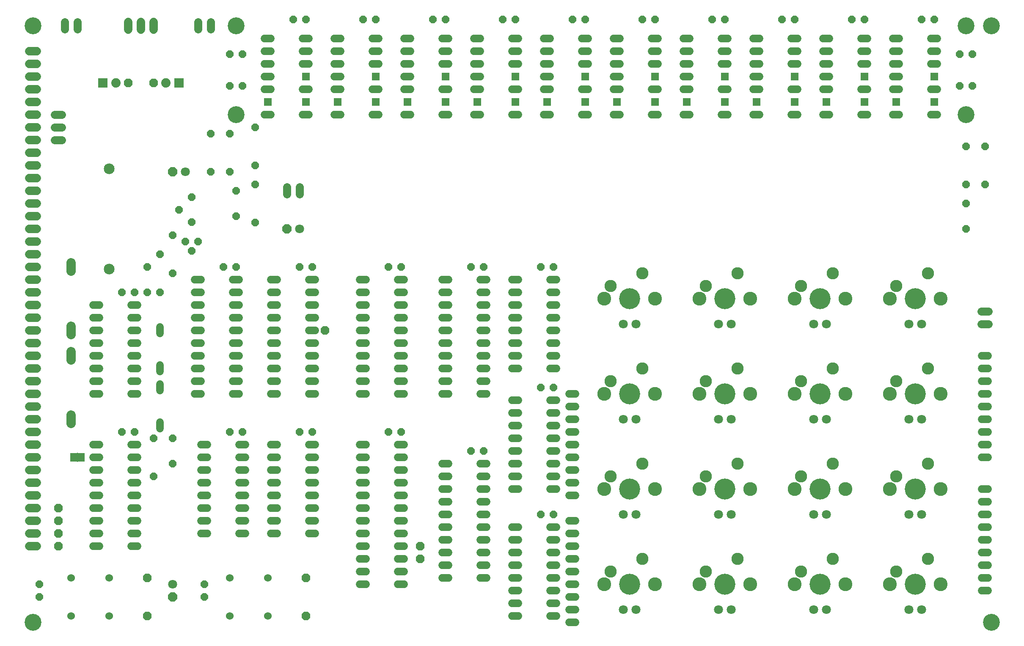
<source format=gbs>
G04 EAGLE Gerber RS-274X export*
G75*
%MOMM*%
%FSLAX34Y34*%
%LPD*%
%INSoldermask Bottom*%
%IPPOS*%
%AMOC8*
5,1,8,0,0,1.08239X$1,22.5*%
G01*
%ADD10C,3.378200*%
%ADD11C,1.727200*%
%ADD12C,2.453200*%
%ADD13C,2.774800*%
%ADD14C,4.203600*%
%ADD15C,1.803400*%
%ADD16C,1.524000*%
%ADD17P,1.649562X8X112.500000*%
%ADD18C,1.524000*%
%ADD19P,1.869504X8X22.500000*%
%ADD20C,2.153200*%
%ADD21P,1.649562X8X292.500000*%
%ADD22C,1.879600*%
%ADD23P,1.649562X8X202.500000*%
%ADD24R,1.917700X1.917700*%
%ADD25C,1.879600*%
%ADD26C,1.625600*%
%ADD27P,1.649562X8X22.500000*%
%ADD28P,1.951982X8X292.500000*%
%ADD29P,1.951982X8X202.500000*%
%ADD30R,1.371600X1.803400*%
%ADD31R,0.152400X1.828800*%
%ADD32R,1.511200X1.511200*%


D10*
X38100Y38100D03*
X38100Y1231900D03*
X1955800Y1231900D03*
X1955800Y38100D03*
X1905000Y1231900D03*
X1905000Y1054100D03*
X444500Y1054100D03*
X444500Y1231900D03*
D11*
X45720Y698500D02*
X30480Y698500D01*
X30480Y723900D02*
X45720Y723900D01*
X45720Y749300D02*
X30480Y749300D01*
X30480Y774700D02*
X45720Y774700D01*
X45720Y800100D02*
X30480Y800100D01*
X30480Y825500D02*
X45720Y825500D01*
X45720Y850900D02*
X30480Y850900D01*
X30480Y876300D02*
X45720Y876300D01*
X45720Y901700D02*
X30480Y901700D01*
X30480Y927100D02*
X45720Y927100D01*
X45720Y952500D02*
X30480Y952500D01*
X30480Y977900D02*
X45720Y977900D01*
X45720Y1003300D02*
X30480Y1003300D01*
X30480Y1028700D02*
X45720Y1028700D01*
X45720Y1054100D02*
X30480Y1054100D01*
X30480Y1079500D02*
X45720Y1079500D01*
X45720Y1104900D02*
X30480Y1104900D01*
X30480Y1155700D02*
X45720Y1155700D01*
X45720Y1181100D02*
X30480Y1181100D01*
X30480Y1130300D02*
X45720Y1130300D01*
X45720Y190500D02*
X30480Y190500D01*
X30480Y215900D02*
X45720Y215900D01*
X45720Y241300D02*
X30480Y241300D01*
X30480Y266700D02*
X45720Y266700D01*
X45720Y292100D02*
X30480Y292100D01*
X30480Y317500D02*
X45720Y317500D01*
X45720Y342900D02*
X30480Y342900D01*
X30480Y368300D02*
X45720Y368300D01*
X45720Y393700D02*
X30480Y393700D01*
X30480Y419100D02*
X45720Y419100D01*
X45720Y444500D02*
X30480Y444500D01*
X30480Y469900D02*
X45720Y469900D01*
X45720Y495300D02*
X30480Y495300D01*
X30480Y520700D02*
X45720Y520700D01*
X45720Y546100D02*
X30480Y546100D01*
X30480Y571500D02*
X45720Y571500D01*
X45720Y596900D02*
X30480Y596900D01*
X30480Y622300D02*
X45720Y622300D01*
X45720Y647700D02*
X30480Y647700D01*
X30480Y673100D02*
X45720Y673100D01*
D12*
X1193800Y711200D03*
X1257300Y736600D03*
D13*
X1181100Y685800D03*
X1282700Y685800D03*
D14*
X1231900Y685800D03*
D15*
X1244600Y635000D03*
X1219200Y635000D03*
D12*
X1384300Y711200D03*
X1447800Y736600D03*
D13*
X1371600Y685800D03*
X1473200Y685800D03*
D14*
X1422400Y685800D03*
D15*
X1435100Y635000D03*
X1409700Y635000D03*
D12*
X1574800Y711200D03*
X1638300Y736600D03*
D13*
X1562100Y685800D03*
X1663700Y685800D03*
D14*
X1612900Y685800D03*
D15*
X1625600Y635000D03*
X1600200Y635000D03*
D12*
X1765300Y711200D03*
X1828800Y736600D03*
D13*
X1752600Y685800D03*
X1854200Y685800D03*
D14*
X1803400Y685800D03*
D15*
X1816100Y635000D03*
X1790700Y635000D03*
D12*
X1193800Y520700D03*
X1257300Y546100D03*
D13*
X1181100Y495300D03*
X1282700Y495300D03*
D14*
X1231900Y495300D03*
D15*
X1244600Y444500D03*
X1219200Y444500D03*
D12*
X1384300Y520700D03*
X1447800Y546100D03*
D13*
X1371600Y495300D03*
X1473200Y495300D03*
D14*
X1422400Y495300D03*
D15*
X1435100Y444500D03*
X1409700Y444500D03*
D12*
X1574800Y520700D03*
X1638300Y546100D03*
D13*
X1562100Y495300D03*
X1663700Y495300D03*
D14*
X1612900Y495300D03*
D15*
X1625600Y444500D03*
X1600200Y444500D03*
D12*
X1765300Y520700D03*
X1828800Y546100D03*
D13*
X1752600Y495300D03*
X1854200Y495300D03*
D14*
X1803400Y495300D03*
D15*
X1816100Y444500D03*
X1790700Y444500D03*
D12*
X1193800Y330200D03*
X1257300Y355600D03*
D13*
X1181100Y304800D03*
X1282700Y304800D03*
D14*
X1231900Y304800D03*
D15*
X1244600Y254000D03*
X1219200Y254000D03*
D12*
X1384300Y330200D03*
X1447800Y355600D03*
D13*
X1371600Y304800D03*
X1473200Y304800D03*
D14*
X1422400Y304800D03*
D15*
X1435100Y254000D03*
X1409700Y254000D03*
D12*
X1574800Y330200D03*
X1638300Y355600D03*
D13*
X1562100Y304800D03*
X1663700Y304800D03*
D14*
X1612900Y304800D03*
D15*
X1625600Y254000D03*
X1600200Y254000D03*
D12*
X1765300Y330200D03*
X1828800Y355600D03*
D13*
X1752600Y304800D03*
X1854200Y304800D03*
D14*
X1803400Y304800D03*
D15*
X1816100Y254000D03*
X1790700Y254000D03*
D12*
X1384300Y139700D03*
X1447800Y165100D03*
D13*
X1371600Y114300D03*
X1473200Y114300D03*
D14*
X1422400Y114300D03*
D15*
X1435100Y63500D03*
X1409700Y63500D03*
D12*
X1574800Y139700D03*
X1638300Y165100D03*
D13*
X1562100Y114300D03*
X1663700Y114300D03*
D14*
X1612900Y114300D03*
D15*
X1625600Y63500D03*
X1600200Y63500D03*
D12*
X1765300Y139700D03*
X1828800Y165100D03*
D13*
X1752600Y114300D03*
X1854200Y114300D03*
D14*
X1803400Y114300D03*
D15*
X1816100Y63500D03*
X1790700Y63500D03*
D12*
X1193800Y139700D03*
X1257300Y165100D03*
D13*
X1181100Y114300D03*
X1282700Y114300D03*
D14*
X1231900Y114300D03*
D15*
X1244600Y63500D03*
X1219200Y63500D03*
D16*
X870204Y723900D02*
X856996Y723900D01*
X856996Y698500D02*
X870204Y698500D01*
X870204Y571500D02*
X856996Y571500D01*
X856996Y546100D02*
X870204Y546100D01*
X870204Y673100D02*
X856996Y673100D01*
X856996Y647700D02*
X870204Y647700D01*
X870204Y596900D02*
X856996Y596900D01*
X856996Y622300D02*
X870204Y622300D01*
X870204Y520700D02*
X856996Y520700D01*
X856996Y495300D02*
X870204Y495300D01*
X933196Y495300D02*
X946404Y495300D01*
X946404Y520700D02*
X933196Y520700D01*
X933196Y546100D02*
X946404Y546100D01*
X946404Y571500D02*
X933196Y571500D01*
X933196Y596900D02*
X946404Y596900D01*
X946404Y622300D02*
X933196Y622300D01*
X933196Y647700D02*
X946404Y647700D01*
X946404Y673100D02*
X933196Y673100D01*
X933196Y698500D02*
X946404Y698500D01*
X946404Y723900D02*
X933196Y723900D01*
X705104Y723900D02*
X691896Y723900D01*
X691896Y698500D02*
X705104Y698500D01*
X705104Y571500D02*
X691896Y571500D01*
X691896Y546100D02*
X705104Y546100D01*
X705104Y673100D02*
X691896Y673100D01*
X691896Y647700D02*
X705104Y647700D01*
X705104Y596900D02*
X691896Y596900D01*
X691896Y622300D02*
X705104Y622300D01*
X705104Y520700D02*
X691896Y520700D01*
X691896Y495300D02*
X705104Y495300D01*
X768096Y495300D02*
X781304Y495300D01*
X781304Y520700D02*
X768096Y520700D01*
X768096Y546100D02*
X781304Y546100D01*
X781304Y571500D02*
X768096Y571500D01*
X768096Y596900D02*
X781304Y596900D01*
X781304Y622300D02*
X768096Y622300D01*
X768096Y647700D02*
X781304Y647700D01*
X781304Y673100D02*
X768096Y673100D01*
X768096Y698500D02*
X781304Y698500D01*
X781304Y723900D02*
X768096Y723900D01*
X527304Y723900D02*
X514096Y723900D01*
X514096Y698500D02*
X527304Y698500D01*
X527304Y571500D02*
X514096Y571500D01*
X514096Y546100D02*
X527304Y546100D01*
X527304Y673100D02*
X514096Y673100D01*
X514096Y647700D02*
X527304Y647700D01*
X527304Y596900D02*
X514096Y596900D01*
X514096Y622300D02*
X527304Y622300D01*
X527304Y520700D02*
X514096Y520700D01*
X514096Y495300D02*
X527304Y495300D01*
X590296Y495300D02*
X603504Y495300D01*
X603504Y520700D02*
X590296Y520700D01*
X590296Y546100D02*
X603504Y546100D01*
X603504Y571500D02*
X590296Y571500D01*
X590296Y596900D02*
X603504Y596900D01*
X603504Y622300D02*
X590296Y622300D01*
X590296Y647700D02*
X603504Y647700D01*
X603504Y673100D02*
X590296Y673100D01*
X590296Y698500D02*
X603504Y698500D01*
X603504Y723900D02*
X590296Y723900D01*
X996696Y723900D02*
X1009904Y723900D01*
X1009904Y698500D02*
X996696Y698500D01*
X996696Y571500D02*
X1009904Y571500D01*
X1009904Y546100D02*
X996696Y546100D01*
X996696Y673100D02*
X1009904Y673100D01*
X1009904Y647700D02*
X996696Y647700D01*
X996696Y596900D02*
X1009904Y596900D01*
X1009904Y622300D02*
X996696Y622300D01*
X1072896Y546100D02*
X1086104Y546100D01*
X1086104Y571500D02*
X1072896Y571500D01*
X1072896Y596900D02*
X1086104Y596900D01*
X1086104Y622300D02*
X1072896Y622300D01*
X1072896Y647700D02*
X1086104Y647700D01*
X1086104Y673100D02*
X1072896Y673100D01*
X1072896Y698500D02*
X1086104Y698500D01*
X1086104Y723900D02*
X1072896Y723900D01*
D17*
X482600Y838200D03*
X482600Y914400D03*
X482600Y952500D03*
X482600Y1028700D03*
D16*
X691896Y393700D02*
X705104Y393700D01*
X705104Y368300D02*
X691896Y368300D01*
X691896Y342900D02*
X705104Y342900D01*
X705104Y317500D02*
X691896Y317500D01*
X691896Y292100D02*
X705104Y292100D01*
X705104Y266700D02*
X691896Y266700D01*
X691896Y241300D02*
X705104Y241300D01*
X705104Y215900D02*
X691896Y215900D01*
X691896Y190500D02*
X705104Y190500D01*
X705104Y165100D02*
X691896Y165100D01*
X691896Y139700D02*
X705104Y139700D01*
X705104Y114300D02*
X691896Y114300D01*
X768096Y114300D02*
X781304Y114300D01*
X781304Y139700D02*
X768096Y139700D01*
X768096Y165100D02*
X781304Y165100D01*
X781304Y190500D02*
X768096Y190500D01*
X768096Y215900D02*
X781304Y215900D01*
X781304Y241300D02*
X768096Y241300D01*
X768096Y266700D02*
X781304Y266700D01*
X781304Y292100D02*
X768096Y292100D01*
X768096Y317500D02*
X781304Y317500D01*
X781304Y342900D02*
X768096Y342900D01*
X768096Y368300D02*
X781304Y368300D01*
X781304Y393700D02*
X768096Y393700D01*
X996696Y482600D02*
X1009904Y482600D01*
X1009904Y457200D02*
X996696Y457200D01*
X996696Y330200D02*
X1009904Y330200D01*
X1009904Y304800D02*
X996696Y304800D01*
X996696Y431800D02*
X1009904Y431800D01*
X1009904Y406400D02*
X996696Y406400D01*
X996696Y355600D02*
X1009904Y355600D01*
X1009904Y381000D02*
X996696Y381000D01*
X1072896Y304800D02*
X1086104Y304800D01*
X1086104Y330200D02*
X1072896Y330200D01*
X1072896Y355600D02*
X1086104Y355600D01*
X1086104Y381000D02*
X1072896Y381000D01*
X1072896Y406400D02*
X1086104Y406400D01*
X1086104Y431800D02*
X1072896Y431800D01*
X1072896Y457200D02*
X1086104Y457200D01*
X1086104Y482600D02*
X1072896Y482600D01*
X1009904Y228600D02*
X996696Y228600D01*
X996696Y203200D02*
X1009904Y203200D01*
X1009904Y76200D02*
X996696Y76200D01*
X996696Y50800D02*
X1009904Y50800D01*
X1009904Y177800D02*
X996696Y177800D01*
X996696Y152400D02*
X1009904Y152400D01*
X1009904Y101600D02*
X996696Y101600D01*
X996696Y127000D02*
X1009904Y127000D01*
X1072896Y50800D02*
X1086104Y50800D01*
X1086104Y76200D02*
X1072896Y76200D01*
X1072896Y101600D02*
X1086104Y101600D01*
X1086104Y127000D02*
X1072896Y127000D01*
X1072896Y152400D02*
X1086104Y152400D01*
X1086104Y177800D02*
X1072896Y177800D01*
X1072896Y203200D02*
X1086104Y203200D01*
X1086104Y228600D02*
X1072896Y228600D01*
X870204Y355600D02*
X856996Y355600D01*
X856996Y330200D02*
X870204Y330200D01*
X870204Y203200D02*
X856996Y203200D01*
X856996Y177800D02*
X870204Y177800D01*
X870204Y304800D02*
X856996Y304800D01*
X856996Y279400D02*
X870204Y279400D01*
X870204Y228600D02*
X856996Y228600D01*
X856996Y254000D02*
X870204Y254000D01*
X870204Y152400D02*
X856996Y152400D01*
X856996Y127000D02*
X870204Y127000D01*
X933196Y127000D02*
X946404Y127000D01*
X946404Y152400D02*
X933196Y152400D01*
X933196Y177800D02*
X946404Y177800D01*
X946404Y203200D02*
X933196Y203200D01*
X933196Y228600D02*
X946404Y228600D01*
X946404Y254000D02*
X933196Y254000D01*
X933196Y279400D02*
X946404Y279400D01*
X946404Y304800D02*
X933196Y304800D01*
X933196Y330200D02*
X946404Y330200D01*
X946404Y355600D02*
X933196Y355600D01*
X1110996Y292100D02*
X1124204Y292100D01*
X1124204Y317500D02*
X1110996Y317500D01*
X1110996Y342900D02*
X1124204Y342900D01*
X1124204Y368300D02*
X1110996Y368300D01*
X1110996Y393700D02*
X1124204Y393700D01*
X1124204Y419100D02*
X1110996Y419100D01*
X1110996Y444500D02*
X1124204Y444500D01*
X1124204Y469900D02*
X1110996Y469900D01*
X1110996Y495300D02*
X1124204Y495300D01*
X1124204Y38100D02*
X1110996Y38100D01*
X1110996Y63500D02*
X1124204Y63500D01*
X1124204Y88900D02*
X1110996Y88900D01*
X1110996Y114300D02*
X1124204Y114300D01*
X1124204Y139700D02*
X1110996Y139700D01*
X1110996Y165100D02*
X1124204Y165100D01*
X1124204Y190500D02*
X1110996Y190500D01*
X1110996Y215900D02*
X1124204Y215900D01*
X1124204Y241300D02*
X1110996Y241300D01*
X527304Y393700D02*
X514096Y393700D01*
X514096Y368300D02*
X527304Y368300D01*
X527304Y241300D02*
X514096Y241300D01*
X514096Y215900D02*
X527304Y215900D01*
X527304Y342900D02*
X514096Y342900D01*
X514096Y317500D02*
X527304Y317500D01*
X527304Y266700D02*
X514096Y266700D01*
X514096Y292100D02*
X527304Y292100D01*
X590296Y215900D02*
X603504Y215900D01*
X603504Y241300D02*
X590296Y241300D01*
X590296Y266700D02*
X603504Y266700D01*
X603504Y292100D02*
X590296Y292100D01*
X590296Y317500D02*
X603504Y317500D01*
X603504Y342900D02*
X590296Y342900D01*
X590296Y368300D02*
X603504Y368300D01*
X603504Y393700D02*
X590296Y393700D01*
X387604Y393700D02*
X374396Y393700D01*
X374396Y368300D02*
X387604Y368300D01*
X387604Y241300D02*
X374396Y241300D01*
X374396Y215900D02*
X387604Y215900D01*
X387604Y342900D02*
X374396Y342900D01*
X374396Y317500D02*
X387604Y317500D01*
X387604Y266700D02*
X374396Y266700D01*
X374396Y292100D02*
X387604Y292100D01*
X450596Y215900D02*
X463804Y215900D01*
X463804Y241300D02*
X450596Y241300D01*
X450596Y266700D02*
X463804Y266700D01*
X463804Y292100D02*
X450596Y292100D01*
X450596Y317500D02*
X463804Y317500D01*
X463804Y342900D02*
X450596Y342900D01*
X450596Y368300D02*
X463804Y368300D01*
X463804Y393700D02*
X450596Y393700D01*
D18*
X431800Y50800D03*
X508000Y50800D03*
X508000Y127000D03*
X431800Y127000D03*
D19*
X584200Y127000D03*
X584200Y50800D03*
D16*
X171704Y393700D02*
X158496Y393700D01*
X158496Y368300D02*
X171704Y368300D01*
X171704Y342900D02*
X158496Y342900D01*
X158496Y317500D02*
X171704Y317500D01*
X171704Y292100D02*
X158496Y292100D01*
X158496Y266700D02*
X171704Y266700D01*
X171704Y241300D02*
X158496Y241300D01*
X158496Y215900D02*
X171704Y215900D01*
X171704Y190500D02*
X158496Y190500D01*
X234696Y190500D02*
X247904Y190500D01*
X247904Y215900D02*
X234696Y215900D01*
X234696Y241300D02*
X247904Y241300D01*
X247904Y266700D02*
X234696Y266700D01*
X234696Y292100D02*
X247904Y292100D01*
X247904Y317500D02*
X234696Y317500D01*
X234696Y342900D02*
X247904Y342900D01*
X247904Y368300D02*
X234696Y368300D01*
X234696Y393700D02*
X247904Y393700D01*
D20*
X190500Y945100D03*
X190500Y745100D03*
D21*
X317500Y406400D03*
X317500Y355600D03*
D17*
X279400Y330200D03*
X279400Y406400D03*
D16*
X292100Y425196D02*
X292100Y438404D01*
X292100Y501396D02*
X292100Y514604D01*
X292100Y615696D02*
X292100Y628904D01*
X292100Y552704D02*
X292100Y539496D01*
D22*
X114300Y613918D02*
X114300Y630682D01*
X114300Y740918D02*
X114300Y757682D01*
X114300Y579882D02*
X114300Y563118D01*
X114300Y452882D02*
X114300Y436118D01*
D23*
X241300Y419100D03*
X215900Y419100D03*
D19*
X812800Y165100D03*
D16*
X171704Y673100D02*
X158496Y673100D01*
X158496Y647700D02*
X171704Y647700D01*
X171704Y520700D02*
X158496Y520700D01*
X158496Y495300D02*
X171704Y495300D01*
X171704Y622300D02*
X158496Y622300D01*
X158496Y596900D02*
X171704Y596900D01*
X171704Y546100D02*
X158496Y546100D01*
X158496Y571500D02*
X171704Y571500D01*
X234696Y495300D02*
X247904Y495300D01*
X247904Y520700D02*
X234696Y520700D01*
X234696Y546100D02*
X247904Y546100D01*
X247904Y571500D02*
X234696Y571500D01*
X234696Y596900D02*
X247904Y596900D01*
X247904Y622300D02*
X234696Y622300D01*
X234696Y647700D02*
X247904Y647700D01*
X247904Y673100D02*
X234696Y673100D01*
D21*
X292100Y774700D03*
X292100Y698500D03*
D23*
X241300Y698500D03*
X215900Y698500D03*
D18*
X114300Y50800D03*
X190500Y50800D03*
X190500Y127000D03*
X114300Y127000D03*
D19*
X266700Y127000D03*
X266700Y50800D03*
D24*
X177800Y1117600D03*
X330200Y1117600D03*
D25*
X204000Y1117600D03*
X304000Y1117600D03*
D19*
X279400Y1117600D03*
X228600Y1117600D03*
D17*
X266700Y698500D03*
X266700Y749300D03*
D23*
X584200Y1244600D03*
X558800Y1244600D03*
X723900Y1244600D03*
X698500Y1244600D03*
X863600Y1244600D03*
X838200Y1244600D03*
X1003300Y1244600D03*
X977900Y1244600D03*
X1143000Y1244600D03*
X1117600Y1244600D03*
X1282700Y1244600D03*
X1257300Y1244600D03*
X1422400Y1244600D03*
X1397000Y1244600D03*
X1562100Y1244600D03*
X1536700Y1244600D03*
X1841500Y1244600D03*
X1816100Y1244600D03*
X1701800Y1244600D03*
X1676400Y1244600D03*
X939800Y749300D03*
X914400Y749300D03*
X1079500Y749300D03*
X1054100Y749300D03*
X596900Y749300D03*
X571500Y749300D03*
X774700Y749300D03*
X749300Y749300D03*
X457200Y419100D03*
X431800Y419100D03*
X596900Y419100D03*
X571500Y419100D03*
X774700Y419100D03*
X749300Y419100D03*
X939800Y381000D03*
X914400Y381000D03*
X1079500Y508000D03*
X1054100Y508000D03*
X1079500Y254000D03*
X1054100Y254000D03*
D21*
X50800Y114300D03*
X50800Y88900D03*
X381000Y114300D03*
X381000Y88900D03*
D16*
X1936496Y571500D02*
X1949704Y571500D01*
X1949704Y546100D02*
X1936496Y546100D01*
X1936496Y520700D02*
X1949704Y520700D01*
X1949704Y495300D02*
X1936496Y495300D01*
X1936496Y469900D02*
X1949704Y469900D01*
X1949704Y444500D02*
X1936496Y444500D01*
X1936496Y419100D02*
X1949704Y419100D01*
X1949704Y393700D02*
X1936496Y393700D01*
X1936496Y368300D02*
X1949704Y368300D01*
X1949704Y304800D02*
X1936496Y304800D01*
X1936496Y279400D02*
X1949704Y279400D01*
X1949704Y254000D02*
X1936496Y254000D01*
X1936496Y228600D02*
X1949704Y228600D01*
X1949704Y203200D02*
X1936496Y203200D01*
X1936496Y177800D02*
X1949704Y177800D01*
X1949704Y152400D02*
X1936496Y152400D01*
X1936496Y127000D02*
X1949704Y127000D01*
X1949704Y101600D02*
X1936496Y101600D01*
D26*
X1935988Y660400D02*
X1950212Y660400D01*
X1950212Y635000D02*
X1935988Y635000D01*
X96012Y1003300D02*
X81788Y1003300D01*
X81788Y1028700D02*
X96012Y1028700D01*
X96012Y1054100D02*
X81788Y1054100D01*
D27*
X431800Y1174750D03*
X457200Y1174750D03*
D17*
X393700Y939800D03*
X393700Y1016000D03*
D27*
X431800Y1111250D03*
X457200Y1111250D03*
D17*
X431800Y939800D03*
X431800Y1016000D03*
D26*
X368300Y1224788D02*
X368300Y1239012D01*
X393700Y1239012D02*
X393700Y1224788D01*
D19*
X88900Y266700D03*
X88900Y241300D03*
X88900Y215900D03*
X88900Y190500D03*
X812800Y190500D03*
D27*
X1892300Y1174750D03*
X1917700Y1174750D03*
X1892300Y1111250D03*
X1917700Y1111250D03*
D17*
X1943100Y914400D03*
X1943100Y990600D03*
X1905000Y914400D03*
X1905000Y990600D03*
D28*
X317500Y88900D03*
D15*
X317500Y114300D03*
D17*
X1905000Y825500D03*
X1905000Y876300D03*
X444500Y850900D03*
X444500Y901700D03*
D21*
X355600Y838454D03*
X355600Y888746D03*
X330200Y863600D03*
D29*
X317500Y939800D03*
D15*
X342900Y939800D03*
D16*
X361696Y723900D02*
X374904Y723900D01*
X374904Y698500D02*
X361696Y698500D01*
X361696Y571500D02*
X374904Y571500D01*
X374904Y546100D02*
X361696Y546100D01*
X361696Y673100D02*
X374904Y673100D01*
X374904Y647700D02*
X361696Y647700D01*
X361696Y596900D02*
X374904Y596900D01*
X374904Y622300D02*
X361696Y622300D01*
X361696Y520700D02*
X374904Y520700D01*
X374904Y495300D02*
X361696Y495300D01*
X437896Y495300D02*
X451104Y495300D01*
X451104Y520700D02*
X437896Y520700D01*
X437896Y546100D02*
X451104Y546100D01*
X451104Y571500D02*
X437896Y571500D01*
X437896Y596900D02*
X451104Y596900D01*
X451104Y622300D02*
X437896Y622300D01*
X437896Y647700D02*
X451104Y647700D01*
X451104Y673100D02*
X437896Y673100D01*
X437896Y698500D02*
X451104Y698500D01*
X451104Y723900D02*
X437896Y723900D01*
D23*
X444500Y749300D03*
X419100Y749300D03*
D19*
X622300Y622300D03*
D30*
X134620Y368300D03*
X119380Y368300D03*
D31*
X127000Y368300D03*
D23*
X342900Y800100D03*
X355600Y781050D03*
X368300Y800100D03*
D17*
X317500Y736600D03*
X317500Y812800D03*
D26*
X101600Y1224788D02*
X101600Y1239012D01*
X127000Y1239012D02*
X127000Y1224788D01*
D11*
X228600Y1224280D02*
X228600Y1239520D01*
X254000Y1239520D02*
X254000Y1224280D01*
X279400Y1224280D02*
X279400Y1239520D01*
D16*
X1758696Y1206500D02*
X1771904Y1206500D01*
X1771904Y1181100D02*
X1758696Y1181100D01*
X1758696Y1155700D02*
X1771904Y1155700D01*
X1771904Y1130300D02*
X1758696Y1130300D01*
X1758696Y1104900D02*
X1771904Y1104900D01*
X1771904Y1054100D02*
X1758696Y1054100D01*
X1834896Y1054100D02*
X1848104Y1054100D01*
X1848104Y1104900D02*
X1834896Y1104900D01*
X1834896Y1155700D02*
X1848104Y1155700D01*
X1848104Y1181100D02*
X1834896Y1181100D01*
X1834896Y1206500D02*
X1848104Y1206500D01*
D32*
X1841500Y1130300D03*
X1841500Y1079500D03*
X1765300Y1079500D03*
D16*
X1632204Y1206500D02*
X1618996Y1206500D01*
X1618996Y1181100D02*
X1632204Y1181100D01*
X1632204Y1155700D02*
X1618996Y1155700D01*
X1618996Y1130300D02*
X1632204Y1130300D01*
X1632204Y1104900D02*
X1618996Y1104900D01*
X1618996Y1054100D02*
X1632204Y1054100D01*
X1695196Y1054100D02*
X1708404Y1054100D01*
X1708404Y1104900D02*
X1695196Y1104900D01*
X1695196Y1155700D02*
X1708404Y1155700D01*
X1708404Y1181100D02*
X1695196Y1181100D01*
X1695196Y1206500D02*
X1708404Y1206500D01*
D32*
X1701800Y1130300D03*
X1701800Y1079500D03*
X1625600Y1079500D03*
D16*
X1492504Y1206500D02*
X1479296Y1206500D01*
X1479296Y1181100D02*
X1492504Y1181100D01*
X1492504Y1155700D02*
X1479296Y1155700D01*
X1479296Y1130300D02*
X1492504Y1130300D01*
X1492504Y1104900D02*
X1479296Y1104900D01*
X1479296Y1054100D02*
X1492504Y1054100D01*
X1555496Y1054100D02*
X1568704Y1054100D01*
X1568704Y1104900D02*
X1555496Y1104900D01*
X1555496Y1155700D02*
X1568704Y1155700D01*
X1568704Y1181100D02*
X1555496Y1181100D01*
X1555496Y1206500D02*
X1568704Y1206500D01*
D32*
X1562100Y1130300D03*
X1562100Y1079500D03*
X1485900Y1079500D03*
D16*
X1352804Y1206500D02*
X1339596Y1206500D01*
X1339596Y1181100D02*
X1352804Y1181100D01*
X1352804Y1155700D02*
X1339596Y1155700D01*
X1339596Y1130300D02*
X1352804Y1130300D01*
X1352804Y1104900D02*
X1339596Y1104900D01*
X1339596Y1054100D02*
X1352804Y1054100D01*
X1415796Y1054100D02*
X1429004Y1054100D01*
X1429004Y1104900D02*
X1415796Y1104900D01*
X1415796Y1155700D02*
X1429004Y1155700D01*
X1429004Y1181100D02*
X1415796Y1181100D01*
X1415796Y1206500D02*
X1429004Y1206500D01*
D32*
X1422400Y1130300D03*
X1422400Y1079500D03*
X1346200Y1079500D03*
D16*
X1213104Y1206500D02*
X1199896Y1206500D01*
X1199896Y1181100D02*
X1213104Y1181100D01*
X1213104Y1155700D02*
X1199896Y1155700D01*
X1199896Y1130300D02*
X1213104Y1130300D01*
X1213104Y1104900D02*
X1199896Y1104900D01*
X1199896Y1054100D02*
X1213104Y1054100D01*
X1276096Y1054100D02*
X1289304Y1054100D01*
X1289304Y1104900D02*
X1276096Y1104900D01*
X1276096Y1155700D02*
X1289304Y1155700D01*
X1289304Y1181100D02*
X1276096Y1181100D01*
X1276096Y1206500D02*
X1289304Y1206500D01*
D32*
X1282700Y1130300D03*
X1282700Y1079500D03*
X1206500Y1079500D03*
D16*
X1073404Y1206500D02*
X1060196Y1206500D01*
X1060196Y1181100D02*
X1073404Y1181100D01*
X1073404Y1155700D02*
X1060196Y1155700D01*
X1060196Y1130300D02*
X1073404Y1130300D01*
X1073404Y1104900D02*
X1060196Y1104900D01*
X1060196Y1054100D02*
X1073404Y1054100D01*
X1136396Y1054100D02*
X1149604Y1054100D01*
X1149604Y1104900D02*
X1136396Y1104900D01*
X1136396Y1155700D02*
X1149604Y1155700D01*
X1149604Y1181100D02*
X1136396Y1181100D01*
X1136396Y1206500D02*
X1149604Y1206500D01*
D32*
X1143000Y1130300D03*
X1143000Y1079500D03*
X1066800Y1079500D03*
D16*
X933704Y1206500D02*
X920496Y1206500D01*
X920496Y1181100D02*
X933704Y1181100D01*
X933704Y1155700D02*
X920496Y1155700D01*
X920496Y1130300D02*
X933704Y1130300D01*
X933704Y1104900D02*
X920496Y1104900D01*
X920496Y1054100D02*
X933704Y1054100D01*
X996696Y1054100D02*
X1009904Y1054100D01*
X1009904Y1104900D02*
X996696Y1104900D01*
X996696Y1155700D02*
X1009904Y1155700D01*
X1009904Y1181100D02*
X996696Y1181100D01*
X996696Y1206500D02*
X1009904Y1206500D01*
D32*
X1003300Y1130300D03*
X1003300Y1079500D03*
X927100Y1079500D03*
D16*
X794004Y1206500D02*
X780796Y1206500D01*
X780796Y1181100D02*
X794004Y1181100D01*
X794004Y1155700D02*
X780796Y1155700D01*
X780796Y1130300D02*
X794004Y1130300D01*
X794004Y1104900D02*
X780796Y1104900D01*
X780796Y1054100D02*
X794004Y1054100D01*
X856996Y1054100D02*
X870204Y1054100D01*
X870204Y1104900D02*
X856996Y1104900D01*
X856996Y1155700D02*
X870204Y1155700D01*
X870204Y1181100D02*
X856996Y1181100D01*
X856996Y1206500D02*
X870204Y1206500D01*
D32*
X863600Y1130300D03*
X863600Y1079500D03*
X787400Y1079500D03*
D16*
X654304Y1206500D02*
X641096Y1206500D01*
X641096Y1181100D02*
X654304Y1181100D01*
X654304Y1155700D02*
X641096Y1155700D01*
X641096Y1130300D02*
X654304Y1130300D01*
X654304Y1104900D02*
X641096Y1104900D01*
X641096Y1054100D02*
X654304Y1054100D01*
X717296Y1054100D02*
X730504Y1054100D01*
X730504Y1104900D02*
X717296Y1104900D01*
X717296Y1155700D02*
X730504Y1155700D01*
X730504Y1181100D02*
X717296Y1181100D01*
X717296Y1206500D02*
X730504Y1206500D01*
D32*
X723900Y1130300D03*
X723900Y1079500D03*
X647700Y1079500D03*
D16*
X514604Y1206500D02*
X501396Y1206500D01*
X501396Y1181100D02*
X514604Y1181100D01*
X514604Y1155700D02*
X501396Y1155700D01*
X501396Y1130300D02*
X514604Y1130300D01*
X514604Y1104900D02*
X501396Y1104900D01*
X501396Y1054100D02*
X514604Y1054100D01*
X577596Y1054100D02*
X590804Y1054100D01*
X590804Y1104900D02*
X577596Y1104900D01*
X577596Y1155700D02*
X590804Y1155700D01*
X590804Y1181100D02*
X577596Y1181100D01*
X577596Y1206500D02*
X590804Y1206500D01*
D32*
X584200Y1130300D03*
X584200Y1079500D03*
X508000Y1079500D03*
D26*
X571500Y908812D02*
X571500Y894588D01*
X546100Y894588D02*
X546100Y908812D01*
D29*
X546100Y825500D03*
D15*
X571500Y825500D03*
M02*

</source>
